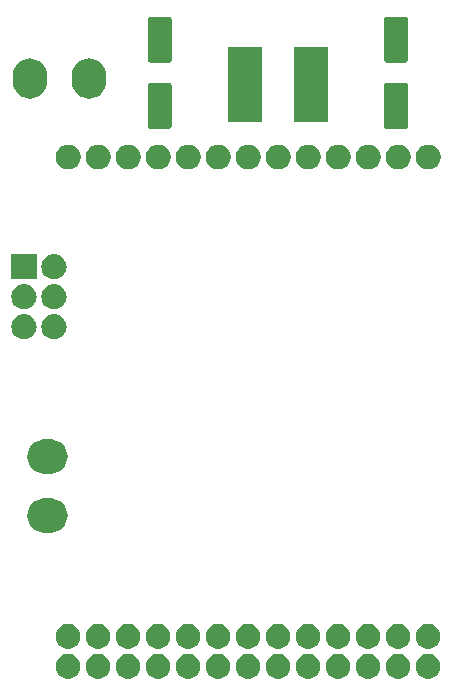
<source format=gbr>
G04 #@! TF.GenerationSoftware,KiCad,Pcbnew,5.0.2-bee76a0~70~ubuntu16.04.1*
G04 #@! TF.CreationDate,2019-04-26T01:24:52+02:00*
G04 #@! TF.ProjectId,mb-a,6d622d61-2e6b-4696-9361-645f70636258,rev?*
G04 #@! TF.SameCoordinates,Original*
G04 #@! TF.FileFunction,Soldermask,Bot*
G04 #@! TF.FilePolarity,Negative*
%FSLAX46Y46*%
G04 Gerber Fmt 4.6, Leading zero omitted, Abs format (unit mm)*
G04 Created by KiCad (PCBNEW 5.0.2-bee76a0~70~ubuntu16.04.1) date Fri 26 Apr 2019 01:24:52 AM CEST*
%MOMM*%
%LPD*%
G01*
G04 APERTURE LIST*
%ADD10C,0.100000*%
G04 APERTURE END LIST*
D10*
G36*
X129328780Y-93725884D02*
X129509166Y-93761764D01*
X129700254Y-93840916D01*
X129872228Y-93955825D01*
X130018481Y-94102078D01*
X130133390Y-94274052D01*
X130212542Y-94465140D01*
X130252892Y-94667998D01*
X130252892Y-94874830D01*
X130212542Y-95077688D01*
X130133390Y-95268776D01*
X130018481Y-95440750D01*
X129872228Y-95587003D01*
X129700254Y-95701912D01*
X129509166Y-95781064D01*
X129328780Y-95816944D01*
X129306309Y-95821414D01*
X129099475Y-95821414D01*
X129077004Y-95816944D01*
X128896618Y-95781064D01*
X128705530Y-95701912D01*
X128533556Y-95587003D01*
X128387303Y-95440750D01*
X128272394Y-95268776D01*
X128193242Y-95077688D01*
X128152892Y-94874830D01*
X128152892Y-94667998D01*
X128193242Y-94465140D01*
X128272394Y-94274052D01*
X128387303Y-94102078D01*
X128533556Y-93955825D01*
X128705530Y-93840916D01*
X128896618Y-93761764D01*
X129077004Y-93725884D01*
X129099475Y-93721414D01*
X129306309Y-93721414D01*
X129328780Y-93725884D01*
X129328780Y-93725884D01*
G37*
G36*
X98848780Y-93725884D02*
X99029166Y-93761764D01*
X99220254Y-93840916D01*
X99392228Y-93955825D01*
X99538481Y-94102078D01*
X99653390Y-94274052D01*
X99732542Y-94465140D01*
X99772892Y-94667998D01*
X99772892Y-94874830D01*
X99732542Y-95077688D01*
X99653390Y-95268776D01*
X99538481Y-95440750D01*
X99392228Y-95587003D01*
X99220254Y-95701912D01*
X99029166Y-95781064D01*
X98848780Y-95816944D01*
X98826309Y-95821414D01*
X98619475Y-95821414D01*
X98597004Y-95816944D01*
X98416618Y-95781064D01*
X98225530Y-95701912D01*
X98053556Y-95587003D01*
X97907303Y-95440750D01*
X97792394Y-95268776D01*
X97713242Y-95077688D01*
X97672892Y-94874830D01*
X97672892Y-94667998D01*
X97713242Y-94465140D01*
X97792394Y-94274052D01*
X97907303Y-94102078D01*
X98053556Y-93955825D01*
X98225530Y-93840916D01*
X98416618Y-93761764D01*
X98597004Y-93725884D01*
X98619475Y-93721414D01*
X98826309Y-93721414D01*
X98848780Y-93725884D01*
X98848780Y-93725884D01*
G37*
G36*
X101388780Y-93725884D02*
X101569166Y-93761764D01*
X101760254Y-93840916D01*
X101932228Y-93955825D01*
X102078481Y-94102078D01*
X102193390Y-94274052D01*
X102272542Y-94465140D01*
X102312892Y-94667998D01*
X102312892Y-94874830D01*
X102272542Y-95077688D01*
X102193390Y-95268776D01*
X102078481Y-95440750D01*
X101932228Y-95587003D01*
X101760254Y-95701912D01*
X101569166Y-95781064D01*
X101388780Y-95816944D01*
X101366309Y-95821414D01*
X101159475Y-95821414D01*
X101137004Y-95816944D01*
X100956618Y-95781064D01*
X100765530Y-95701912D01*
X100593556Y-95587003D01*
X100447303Y-95440750D01*
X100332394Y-95268776D01*
X100253242Y-95077688D01*
X100212892Y-94874830D01*
X100212892Y-94667998D01*
X100253242Y-94465140D01*
X100332394Y-94274052D01*
X100447303Y-94102078D01*
X100593556Y-93955825D01*
X100765530Y-93840916D01*
X100956618Y-93761764D01*
X101137004Y-93725884D01*
X101159475Y-93721414D01*
X101366309Y-93721414D01*
X101388780Y-93725884D01*
X101388780Y-93725884D01*
G37*
G36*
X103928780Y-93725884D02*
X104109166Y-93761764D01*
X104300254Y-93840916D01*
X104472228Y-93955825D01*
X104618481Y-94102078D01*
X104733390Y-94274052D01*
X104812542Y-94465140D01*
X104852892Y-94667998D01*
X104852892Y-94874830D01*
X104812542Y-95077688D01*
X104733390Y-95268776D01*
X104618481Y-95440750D01*
X104472228Y-95587003D01*
X104300254Y-95701912D01*
X104109166Y-95781064D01*
X103928780Y-95816944D01*
X103906309Y-95821414D01*
X103699475Y-95821414D01*
X103677004Y-95816944D01*
X103496618Y-95781064D01*
X103305530Y-95701912D01*
X103133556Y-95587003D01*
X102987303Y-95440750D01*
X102872394Y-95268776D01*
X102793242Y-95077688D01*
X102752892Y-94874830D01*
X102752892Y-94667998D01*
X102793242Y-94465140D01*
X102872394Y-94274052D01*
X102987303Y-94102078D01*
X103133556Y-93955825D01*
X103305530Y-93840916D01*
X103496618Y-93761764D01*
X103677004Y-93725884D01*
X103699475Y-93721414D01*
X103906309Y-93721414D01*
X103928780Y-93725884D01*
X103928780Y-93725884D01*
G37*
G36*
X106468780Y-93725884D02*
X106649166Y-93761764D01*
X106840254Y-93840916D01*
X107012228Y-93955825D01*
X107158481Y-94102078D01*
X107273390Y-94274052D01*
X107352542Y-94465140D01*
X107392892Y-94667998D01*
X107392892Y-94874830D01*
X107352542Y-95077688D01*
X107273390Y-95268776D01*
X107158481Y-95440750D01*
X107012228Y-95587003D01*
X106840254Y-95701912D01*
X106649166Y-95781064D01*
X106468780Y-95816944D01*
X106446309Y-95821414D01*
X106239475Y-95821414D01*
X106217004Y-95816944D01*
X106036618Y-95781064D01*
X105845530Y-95701912D01*
X105673556Y-95587003D01*
X105527303Y-95440750D01*
X105412394Y-95268776D01*
X105333242Y-95077688D01*
X105292892Y-94874830D01*
X105292892Y-94667998D01*
X105333242Y-94465140D01*
X105412394Y-94274052D01*
X105527303Y-94102078D01*
X105673556Y-93955825D01*
X105845530Y-93840916D01*
X106036618Y-93761764D01*
X106217004Y-93725884D01*
X106239475Y-93721414D01*
X106446309Y-93721414D01*
X106468780Y-93725884D01*
X106468780Y-93725884D01*
G37*
G36*
X109008780Y-93725884D02*
X109189166Y-93761764D01*
X109380254Y-93840916D01*
X109552228Y-93955825D01*
X109698481Y-94102078D01*
X109813390Y-94274052D01*
X109892542Y-94465140D01*
X109932892Y-94667998D01*
X109932892Y-94874830D01*
X109892542Y-95077688D01*
X109813390Y-95268776D01*
X109698481Y-95440750D01*
X109552228Y-95587003D01*
X109380254Y-95701912D01*
X109189166Y-95781064D01*
X109008780Y-95816944D01*
X108986309Y-95821414D01*
X108779475Y-95821414D01*
X108757004Y-95816944D01*
X108576618Y-95781064D01*
X108385530Y-95701912D01*
X108213556Y-95587003D01*
X108067303Y-95440750D01*
X107952394Y-95268776D01*
X107873242Y-95077688D01*
X107832892Y-94874830D01*
X107832892Y-94667998D01*
X107873242Y-94465140D01*
X107952394Y-94274052D01*
X108067303Y-94102078D01*
X108213556Y-93955825D01*
X108385530Y-93840916D01*
X108576618Y-93761764D01*
X108757004Y-93725884D01*
X108779475Y-93721414D01*
X108986309Y-93721414D01*
X109008780Y-93725884D01*
X109008780Y-93725884D01*
G37*
G36*
X111548780Y-93725884D02*
X111729166Y-93761764D01*
X111920254Y-93840916D01*
X112092228Y-93955825D01*
X112238481Y-94102078D01*
X112353390Y-94274052D01*
X112432542Y-94465140D01*
X112472892Y-94667998D01*
X112472892Y-94874830D01*
X112432542Y-95077688D01*
X112353390Y-95268776D01*
X112238481Y-95440750D01*
X112092228Y-95587003D01*
X111920254Y-95701912D01*
X111729166Y-95781064D01*
X111548780Y-95816944D01*
X111526309Y-95821414D01*
X111319475Y-95821414D01*
X111297004Y-95816944D01*
X111116618Y-95781064D01*
X110925530Y-95701912D01*
X110753556Y-95587003D01*
X110607303Y-95440750D01*
X110492394Y-95268776D01*
X110413242Y-95077688D01*
X110372892Y-94874830D01*
X110372892Y-94667998D01*
X110413242Y-94465140D01*
X110492394Y-94274052D01*
X110607303Y-94102078D01*
X110753556Y-93955825D01*
X110925530Y-93840916D01*
X111116618Y-93761764D01*
X111297004Y-93725884D01*
X111319475Y-93721414D01*
X111526309Y-93721414D01*
X111548780Y-93725884D01*
X111548780Y-93725884D01*
G37*
G36*
X116628780Y-93725884D02*
X116809166Y-93761764D01*
X117000254Y-93840916D01*
X117172228Y-93955825D01*
X117318481Y-94102078D01*
X117433390Y-94274052D01*
X117512542Y-94465140D01*
X117552892Y-94667998D01*
X117552892Y-94874830D01*
X117512542Y-95077688D01*
X117433390Y-95268776D01*
X117318481Y-95440750D01*
X117172228Y-95587003D01*
X117000254Y-95701912D01*
X116809166Y-95781064D01*
X116628780Y-95816944D01*
X116606309Y-95821414D01*
X116399475Y-95821414D01*
X116377004Y-95816944D01*
X116196618Y-95781064D01*
X116005530Y-95701912D01*
X115833556Y-95587003D01*
X115687303Y-95440750D01*
X115572394Y-95268776D01*
X115493242Y-95077688D01*
X115452892Y-94874830D01*
X115452892Y-94667998D01*
X115493242Y-94465140D01*
X115572394Y-94274052D01*
X115687303Y-94102078D01*
X115833556Y-93955825D01*
X116005530Y-93840916D01*
X116196618Y-93761764D01*
X116377004Y-93725884D01*
X116399475Y-93721414D01*
X116606309Y-93721414D01*
X116628780Y-93725884D01*
X116628780Y-93725884D01*
G37*
G36*
X119168780Y-93725884D02*
X119349166Y-93761764D01*
X119540254Y-93840916D01*
X119712228Y-93955825D01*
X119858481Y-94102078D01*
X119973390Y-94274052D01*
X120052542Y-94465140D01*
X120092892Y-94667998D01*
X120092892Y-94874830D01*
X120052542Y-95077688D01*
X119973390Y-95268776D01*
X119858481Y-95440750D01*
X119712228Y-95587003D01*
X119540254Y-95701912D01*
X119349166Y-95781064D01*
X119168780Y-95816944D01*
X119146309Y-95821414D01*
X118939475Y-95821414D01*
X118917004Y-95816944D01*
X118736618Y-95781064D01*
X118545530Y-95701912D01*
X118373556Y-95587003D01*
X118227303Y-95440750D01*
X118112394Y-95268776D01*
X118033242Y-95077688D01*
X117992892Y-94874830D01*
X117992892Y-94667998D01*
X118033242Y-94465140D01*
X118112394Y-94274052D01*
X118227303Y-94102078D01*
X118373556Y-93955825D01*
X118545530Y-93840916D01*
X118736618Y-93761764D01*
X118917004Y-93725884D01*
X118939475Y-93721414D01*
X119146309Y-93721414D01*
X119168780Y-93725884D01*
X119168780Y-93725884D01*
G37*
G36*
X121708780Y-93725884D02*
X121889166Y-93761764D01*
X122080254Y-93840916D01*
X122252228Y-93955825D01*
X122398481Y-94102078D01*
X122513390Y-94274052D01*
X122592542Y-94465140D01*
X122632892Y-94667998D01*
X122632892Y-94874830D01*
X122592542Y-95077688D01*
X122513390Y-95268776D01*
X122398481Y-95440750D01*
X122252228Y-95587003D01*
X122080254Y-95701912D01*
X121889166Y-95781064D01*
X121708780Y-95816944D01*
X121686309Y-95821414D01*
X121479475Y-95821414D01*
X121457004Y-95816944D01*
X121276618Y-95781064D01*
X121085530Y-95701912D01*
X120913556Y-95587003D01*
X120767303Y-95440750D01*
X120652394Y-95268776D01*
X120573242Y-95077688D01*
X120532892Y-94874830D01*
X120532892Y-94667998D01*
X120573242Y-94465140D01*
X120652394Y-94274052D01*
X120767303Y-94102078D01*
X120913556Y-93955825D01*
X121085530Y-93840916D01*
X121276618Y-93761764D01*
X121457004Y-93725884D01*
X121479475Y-93721414D01*
X121686309Y-93721414D01*
X121708780Y-93725884D01*
X121708780Y-93725884D01*
G37*
G36*
X124248780Y-93725884D02*
X124429166Y-93761764D01*
X124620254Y-93840916D01*
X124792228Y-93955825D01*
X124938481Y-94102078D01*
X125053390Y-94274052D01*
X125132542Y-94465140D01*
X125172892Y-94667998D01*
X125172892Y-94874830D01*
X125132542Y-95077688D01*
X125053390Y-95268776D01*
X124938481Y-95440750D01*
X124792228Y-95587003D01*
X124620254Y-95701912D01*
X124429166Y-95781064D01*
X124248780Y-95816944D01*
X124226309Y-95821414D01*
X124019475Y-95821414D01*
X123997004Y-95816944D01*
X123816618Y-95781064D01*
X123625530Y-95701912D01*
X123453556Y-95587003D01*
X123307303Y-95440750D01*
X123192394Y-95268776D01*
X123113242Y-95077688D01*
X123072892Y-94874830D01*
X123072892Y-94667998D01*
X123113242Y-94465140D01*
X123192394Y-94274052D01*
X123307303Y-94102078D01*
X123453556Y-93955825D01*
X123625530Y-93840916D01*
X123816618Y-93761764D01*
X123997004Y-93725884D01*
X124019475Y-93721414D01*
X124226309Y-93721414D01*
X124248780Y-93725884D01*
X124248780Y-93725884D01*
G37*
G36*
X126788780Y-93725884D02*
X126969166Y-93761764D01*
X127160254Y-93840916D01*
X127332228Y-93955825D01*
X127478481Y-94102078D01*
X127593390Y-94274052D01*
X127672542Y-94465140D01*
X127712892Y-94667998D01*
X127712892Y-94874830D01*
X127672542Y-95077688D01*
X127593390Y-95268776D01*
X127478481Y-95440750D01*
X127332228Y-95587003D01*
X127160254Y-95701912D01*
X126969166Y-95781064D01*
X126788780Y-95816944D01*
X126766309Y-95821414D01*
X126559475Y-95821414D01*
X126537004Y-95816944D01*
X126356618Y-95781064D01*
X126165530Y-95701912D01*
X125993556Y-95587003D01*
X125847303Y-95440750D01*
X125732394Y-95268776D01*
X125653242Y-95077688D01*
X125612892Y-94874830D01*
X125612892Y-94667998D01*
X125653242Y-94465140D01*
X125732394Y-94274052D01*
X125847303Y-94102078D01*
X125993556Y-93955825D01*
X126165530Y-93840916D01*
X126356618Y-93761764D01*
X126537004Y-93725884D01*
X126559475Y-93721414D01*
X126766309Y-93721414D01*
X126788780Y-93725884D01*
X126788780Y-93725884D01*
G37*
G36*
X114088780Y-93725884D02*
X114269166Y-93761764D01*
X114460254Y-93840916D01*
X114632228Y-93955825D01*
X114778481Y-94102078D01*
X114893390Y-94274052D01*
X114972542Y-94465140D01*
X115012892Y-94667998D01*
X115012892Y-94874830D01*
X114972542Y-95077688D01*
X114893390Y-95268776D01*
X114778481Y-95440750D01*
X114632228Y-95587003D01*
X114460254Y-95701912D01*
X114269166Y-95781064D01*
X114088780Y-95816944D01*
X114066309Y-95821414D01*
X113859475Y-95821414D01*
X113837004Y-95816944D01*
X113656618Y-95781064D01*
X113465530Y-95701912D01*
X113293556Y-95587003D01*
X113147303Y-95440750D01*
X113032394Y-95268776D01*
X112953242Y-95077688D01*
X112912892Y-94874830D01*
X112912892Y-94667998D01*
X112953242Y-94465140D01*
X113032394Y-94274052D01*
X113147303Y-94102078D01*
X113293556Y-93955825D01*
X113465530Y-93840916D01*
X113656618Y-93761764D01*
X113837004Y-93725884D01*
X113859475Y-93721414D01*
X114066309Y-93721414D01*
X114088780Y-93725884D01*
X114088780Y-93725884D01*
G37*
G36*
X114088780Y-91185884D02*
X114269166Y-91221764D01*
X114460254Y-91300916D01*
X114632228Y-91415825D01*
X114778481Y-91562078D01*
X114893390Y-91734052D01*
X114972542Y-91925140D01*
X115012892Y-92127998D01*
X115012892Y-92334830D01*
X114972542Y-92537688D01*
X114893390Y-92728776D01*
X114778481Y-92900750D01*
X114632228Y-93047003D01*
X114460254Y-93161912D01*
X114269166Y-93241064D01*
X114088780Y-93276944D01*
X114066309Y-93281414D01*
X113859475Y-93281414D01*
X113837004Y-93276944D01*
X113656618Y-93241064D01*
X113465530Y-93161912D01*
X113293556Y-93047003D01*
X113147303Y-92900750D01*
X113032394Y-92728776D01*
X112953242Y-92537688D01*
X112912892Y-92334830D01*
X112912892Y-92127998D01*
X112953242Y-91925140D01*
X113032394Y-91734052D01*
X113147303Y-91562078D01*
X113293556Y-91415825D01*
X113465530Y-91300916D01*
X113656618Y-91221764D01*
X113837004Y-91185884D01*
X113859475Y-91181414D01*
X114066309Y-91181414D01*
X114088780Y-91185884D01*
X114088780Y-91185884D01*
G37*
G36*
X98848780Y-91185884D02*
X99029166Y-91221764D01*
X99220254Y-91300916D01*
X99392228Y-91415825D01*
X99538481Y-91562078D01*
X99653390Y-91734052D01*
X99732542Y-91925140D01*
X99772892Y-92127998D01*
X99772892Y-92334830D01*
X99732542Y-92537688D01*
X99653390Y-92728776D01*
X99538481Y-92900750D01*
X99392228Y-93047003D01*
X99220254Y-93161912D01*
X99029166Y-93241064D01*
X98848780Y-93276944D01*
X98826309Y-93281414D01*
X98619475Y-93281414D01*
X98597004Y-93276944D01*
X98416618Y-93241064D01*
X98225530Y-93161912D01*
X98053556Y-93047003D01*
X97907303Y-92900750D01*
X97792394Y-92728776D01*
X97713242Y-92537688D01*
X97672892Y-92334830D01*
X97672892Y-92127998D01*
X97713242Y-91925140D01*
X97792394Y-91734052D01*
X97907303Y-91562078D01*
X98053556Y-91415825D01*
X98225530Y-91300916D01*
X98416618Y-91221764D01*
X98597004Y-91185884D01*
X98619475Y-91181414D01*
X98826309Y-91181414D01*
X98848780Y-91185884D01*
X98848780Y-91185884D01*
G37*
G36*
X101388780Y-91185884D02*
X101569166Y-91221764D01*
X101760254Y-91300916D01*
X101932228Y-91415825D01*
X102078481Y-91562078D01*
X102193390Y-91734052D01*
X102272542Y-91925140D01*
X102312892Y-92127998D01*
X102312892Y-92334830D01*
X102272542Y-92537688D01*
X102193390Y-92728776D01*
X102078481Y-92900750D01*
X101932228Y-93047003D01*
X101760254Y-93161912D01*
X101569166Y-93241064D01*
X101388780Y-93276944D01*
X101366309Y-93281414D01*
X101159475Y-93281414D01*
X101137004Y-93276944D01*
X100956618Y-93241064D01*
X100765530Y-93161912D01*
X100593556Y-93047003D01*
X100447303Y-92900750D01*
X100332394Y-92728776D01*
X100253242Y-92537688D01*
X100212892Y-92334830D01*
X100212892Y-92127998D01*
X100253242Y-91925140D01*
X100332394Y-91734052D01*
X100447303Y-91562078D01*
X100593556Y-91415825D01*
X100765530Y-91300916D01*
X100956618Y-91221764D01*
X101137004Y-91185884D01*
X101159475Y-91181414D01*
X101366309Y-91181414D01*
X101388780Y-91185884D01*
X101388780Y-91185884D01*
G37*
G36*
X109008780Y-91185884D02*
X109189166Y-91221764D01*
X109380254Y-91300916D01*
X109552228Y-91415825D01*
X109698481Y-91562078D01*
X109813390Y-91734052D01*
X109892542Y-91925140D01*
X109932892Y-92127998D01*
X109932892Y-92334830D01*
X109892542Y-92537688D01*
X109813390Y-92728776D01*
X109698481Y-92900750D01*
X109552228Y-93047003D01*
X109380254Y-93161912D01*
X109189166Y-93241064D01*
X109008780Y-93276944D01*
X108986309Y-93281414D01*
X108779475Y-93281414D01*
X108757004Y-93276944D01*
X108576618Y-93241064D01*
X108385530Y-93161912D01*
X108213556Y-93047003D01*
X108067303Y-92900750D01*
X107952394Y-92728776D01*
X107873242Y-92537688D01*
X107832892Y-92334830D01*
X107832892Y-92127998D01*
X107873242Y-91925140D01*
X107952394Y-91734052D01*
X108067303Y-91562078D01*
X108213556Y-91415825D01*
X108385530Y-91300916D01*
X108576618Y-91221764D01*
X108757004Y-91185884D01*
X108779475Y-91181414D01*
X108986309Y-91181414D01*
X109008780Y-91185884D01*
X109008780Y-91185884D01*
G37*
G36*
X103928780Y-91185884D02*
X104109166Y-91221764D01*
X104300254Y-91300916D01*
X104472228Y-91415825D01*
X104618481Y-91562078D01*
X104733390Y-91734052D01*
X104812542Y-91925140D01*
X104852892Y-92127998D01*
X104852892Y-92334830D01*
X104812542Y-92537688D01*
X104733390Y-92728776D01*
X104618481Y-92900750D01*
X104472228Y-93047003D01*
X104300254Y-93161912D01*
X104109166Y-93241064D01*
X103928780Y-93276944D01*
X103906309Y-93281414D01*
X103699475Y-93281414D01*
X103677004Y-93276944D01*
X103496618Y-93241064D01*
X103305530Y-93161912D01*
X103133556Y-93047003D01*
X102987303Y-92900750D01*
X102872394Y-92728776D01*
X102793242Y-92537688D01*
X102752892Y-92334830D01*
X102752892Y-92127998D01*
X102793242Y-91925140D01*
X102872394Y-91734052D01*
X102987303Y-91562078D01*
X103133556Y-91415825D01*
X103305530Y-91300916D01*
X103496618Y-91221764D01*
X103677004Y-91185884D01*
X103699475Y-91181414D01*
X103906309Y-91181414D01*
X103928780Y-91185884D01*
X103928780Y-91185884D01*
G37*
G36*
X106468780Y-91185884D02*
X106649166Y-91221764D01*
X106840254Y-91300916D01*
X107012228Y-91415825D01*
X107158481Y-91562078D01*
X107273390Y-91734052D01*
X107352542Y-91925140D01*
X107392892Y-92127998D01*
X107392892Y-92334830D01*
X107352542Y-92537688D01*
X107273390Y-92728776D01*
X107158481Y-92900750D01*
X107012228Y-93047003D01*
X106840254Y-93161912D01*
X106649166Y-93241064D01*
X106468780Y-93276944D01*
X106446309Y-93281414D01*
X106239475Y-93281414D01*
X106217004Y-93276944D01*
X106036618Y-93241064D01*
X105845530Y-93161912D01*
X105673556Y-93047003D01*
X105527303Y-92900750D01*
X105412394Y-92728776D01*
X105333242Y-92537688D01*
X105292892Y-92334830D01*
X105292892Y-92127998D01*
X105333242Y-91925140D01*
X105412394Y-91734052D01*
X105527303Y-91562078D01*
X105673556Y-91415825D01*
X105845530Y-91300916D01*
X106036618Y-91221764D01*
X106217004Y-91185884D01*
X106239475Y-91181414D01*
X106446309Y-91181414D01*
X106468780Y-91185884D01*
X106468780Y-91185884D01*
G37*
G36*
X129328780Y-91185884D02*
X129509166Y-91221764D01*
X129700254Y-91300916D01*
X129872228Y-91415825D01*
X130018481Y-91562078D01*
X130133390Y-91734052D01*
X130212542Y-91925140D01*
X130252892Y-92127998D01*
X130252892Y-92334830D01*
X130212542Y-92537688D01*
X130133390Y-92728776D01*
X130018481Y-92900750D01*
X129872228Y-93047003D01*
X129700254Y-93161912D01*
X129509166Y-93241064D01*
X129328780Y-93276944D01*
X129306309Y-93281414D01*
X129099475Y-93281414D01*
X129077004Y-93276944D01*
X128896618Y-93241064D01*
X128705530Y-93161912D01*
X128533556Y-93047003D01*
X128387303Y-92900750D01*
X128272394Y-92728776D01*
X128193242Y-92537688D01*
X128152892Y-92334830D01*
X128152892Y-92127998D01*
X128193242Y-91925140D01*
X128272394Y-91734052D01*
X128387303Y-91562078D01*
X128533556Y-91415825D01*
X128705530Y-91300916D01*
X128896618Y-91221764D01*
X129077004Y-91185884D01*
X129099475Y-91181414D01*
X129306309Y-91181414D01*
X129328780Y-91185884D01*
X129328780Y-91185884D01*
G37*
G36*
X111548780Y-91185884D02*
X111729166Y-91221764D01*
X111920254Y-91300916D01*
X112092228Y-91415825D01*
X112238481Y-91562078D01*
X112353390Y-91734052D01*
X112432542Y-91925140D01*
X112472892Y-92127998D01*
X112472892Y-92334830D01*
X112432542Y-92537688D01*
X112353390Y-92728776D01*
X112238481Y-92900750D01*
X112092228Y-93047003D01*
X111920254Y-93161912D01*
X111729166Y-93241064D01*
X111548780Y-93276944D01*
X111526309Y-93281414D01*
X111319475Y-93281414D01*
X111297004Y-93276944D01*
X111116618Y-93241064D01*
X110925530Y-93161912D01*
X110753556Y-93047003D01*
X110607303Y-92900750D01*
X110492394Y-92728776D01*
X110413242Y-92537688D01*
X110372892Y-92334830D01*
X110372892Y-92127998D01*
X110413242Y-91925140D01*
X110492394Y-91734052D01*
X110607303Y-91562078D01*
X110753556Y-91415825D01*
X110925530Y-91300916D01*
X111116618Y-91221764D01*
X111297004Y-91185884D01*
X111319475Y-91181414D01*
X111526309Y-91181414D01*
X111548780Y-91185884D01*
X111548780Y-91185884D01*
G37*
G36*
X126788780Y-91185884D02*
X126969166Y-91221764D01*
X127160254Y-91300916D01*
X127332228Y-91415825D01*
X127478481Y-91562078D01*
X127593390Y-91734052D01*
X127672542Y-91925140D01*
X127712892Y-92127998D01*
X127712892Y-92334830D01*
X127672542Y-92537688D01*
X127593390Y-92728776D01*
X127478481Y-92900750D01*
X127332228Y-93047003D01*
X127160254Y-93161912D01*
X126969166Y-93241064D01*
X126788780Y-93276944D01*
X126766309Y-93281414D01*
X126559475Y-93281414D01*
X126537004Y-93276944D01*
X126356618Y-93241064D01*
X126165530Y-93161912D01*
X125993556Y-93047003D01*
X125847303Y-92900750D01*
X125732394Y-92728776D01*
X125653242Y-92537688D01*
X125612892Y-92334830D01*
X125612892Y-92127998D01*
X125653242Y-91925140D01*
X125732394Y-91734052D01*
X125847303Y-91562078D01*
X125993556Y-91415825D01*
X126165530Y-91300916D01*
X126356618Y-91221764D01*
X126537004Y-91185884D01*
X126559475Y-91181414D01*
X126766309Y-91181414D01*
X126788780Y-91185884D01*
X126788780Y-91185884D01*
G37*
G36*
X124248780Y-91185884D02*
X124429166Y-91221764D01*
X124620254Y-91300916D01*
X124792228Y-91415825D01*
X124938481Y-91562078D01*
X125053390Y-91734052D01*
X125132542Y-91925140D01*
X125172892Y-92127998D01*
X125172892Y-92334830D01*
X125132542Y-92537688D01*
X125053390Y-92728776D01*
X124938481Y-92900750D01*
X124792228Y-93047003D01*
X124620254Y-93161912D01*
X124429166Y-93241064D01*
X124248780Y-93276944D01*
X124226309Y-93281414D01*
X124019475Y-93281414D01*
X123997004Y-93276944D01*
X123816618Y-93241064D01*
X123625530Y-93161912D01*
X123453556Y-93047003D01*
X123307303Y-92900750D01*
X123192394Y-92728776D01*
X123113242Y-92537688D01*
X123072892Y-92334830D01*
X123072892Y-92127998D01*
X123113242Y-91925140D01*
X123192394Y-91734052D01*
X123307303Y-91562078D01*
X123453556Y-91415825D01*
X123625530Y-91300916D01*
X123816618Y-91221764D01*
X123997004Y-91185884D01*
X124019475Y-91181414D01*
X124226309Y-91181414D01*
X124248780Y-91185884D01*
X124248780Y-91185884D01*
G37*
G36*
X116628780Y-91185884D02*
X116809166Y-91221764D01*
X117000254Y-91300916D01*
X117172228Y-91415825D01*
X117318481Y-91562078D01*
X117433390Y-91734052D01*
X117512542Y-91925140D01*
X117552892Y-92127998D01*
X117552892Y-92334830D01*
X117512542Y-92537688D01*
X117433390Y-92728776D01*
X117318481Y-92900750D01*
X117172228Y-93047003D01*
X117000254Y-93161912D01*
X116809166Y-93241064D01*
X116628780Y-93276944D01*
X116606309Y-93281414D01*
X116399475Y-93281414D01*
X116377004Y-93276944D01*
X116196618Y-93241064D01*
X116005530Y-93161912D01*
X115833556Y-93047003D01*
X115687303Y-92900750D01*
X115572394Y-92728776D01*
X115493242Y-92537688D01*
X115452892Y-92334830D01*
X115452892Y-92127998D01*
X115493242Y-91925140D01*
X115572394Y-91734052D01*
X115687303Y-91562078D01*
X115833556Y-91415825D01*
X116005530Y-91300916D01*
X116196618Y-91221764D01*
X116377004Y-91185884D01*
X116399475Y-91181414D01*
X116606309Y-91181414D01*
X116628780Y-91185884D01*
X116628780Y-91185884D01*
G37*
G36*
X119168780Y-91185884D02*
X119349166Y-91221764D01*
X119540254Y-91300916D01*
X119712228Y-91415825D01*
X119858481Y-91562078D01*
X119973390Y-91734052D01*
X120052542Y-91925140D01*
X120092892Y-92127998D01*
X120092892Y-92334830D01*
X120052542Y-92537688D01*
X119973390Y-92728776D01*
X119858481Y-92900750D01*
X119712228Y-93047003D01*
X119540254Y-93161912D01*
X119349166Y-93241064D01*
X119168780Y-93276944D01*
X119146309Y-93281414D01*
X118939475Y-93281414D01*
X118917004Y-93276944D01*
X118736618Y-93241064D01*
X118545530Y-93161912D01*
X118373556Y-93047003D01*
X118227303Y-92900750D01*
X118112394Y-92728776D01*
X118033242Y-92537688D01*
X117992892Y-92334830D01*
X117992892Y-92127998D01*
X118033242Y-91925140D01*
X118112394Y-91734052D01*
X118227303Y-91562078D01*
X118373556Y-91415825D01*
X118545530Y-91300916D01*
X118736618Y-91221764D01*
X118917004Y-91185884D01*
X118939475Y-91181414D01*
X119146309Y-91181414D01*
X119168780Y-91185884D01*
X119168780Y-91185884D01*
G37*
G36*
X121708780Y-91185884D02*
X121889166Y-91221764D01*
X122080254Y-91300916D01*
X122252228Y-91415825D01*
X122398481Y-91562078D01*
X122513390Y-91734052D01*
X122592542Y-91925140D01*
X122632892Y-92127998D01*
X122632892Y-92334830D01*
X122592542Y-92537688D01*
X122513390Y-92728776D01*
X122398481Y-92900750D01*
X122252228Y-93047003D01*
X122080254Y-93161912D01*
X121889166Y-93241064D01*
X121708780Y-93276944D01*
X121686309Y-93281414D01*
X121479475Y-93281414D01*
X121457004Y-93276944D01*
X121276618Y-93241064D01*
X121085530Y-93161912D01*
X120913556Y-93047003D01*
X120767303Y-92900750D01*
X120652394Y-92728776D01*
X120573242Y-92537688D01*
X120532892Y-92334830D01*
X120532892Y-92127998D01*
X120573242Y-91925140D01*
X120652394Y-91734052D01*
X120767303Y-91562078D01*
X120913556Y-91415825D01*
X121085530Y-91300916D01*
X121276618Y-91221764D01*
X121457004Y-91185884D01*
X121479475Y-91181414D01*
X121686309Y-91181414D01*
X121708780Y-91185884D01*
X121708780Y-91185884D01*
G37*
G36*
X97363830Y-80554196D02*
X97534250Y-80570981D01*
X97807576Y-80653894D01*
X98059474Y-80788536D01*
X98280265Y-80969735D01*
X98461464Y-81190526D01*
X98596106Y-81442424D01*
X98679019Y-81715750D01*
X98707015Y-82000000D01*
X98679019Y-82284250D01*
X98596106Y-82557576D01*
X98461464Y-82809474D01*
X98280265Y-83030265D01*
X98059474Y-83211464D01*
X97807576Y-83346106D01*
X97534250Y-83429019D01*
X97363830Y-83445804D01*
X97321226Y-83450000D01*
X96678774Y-83450000D01*
X96636170Y-83445804D01*
X96465750Y-83429019D01*
X96192424Y-83346106D01*
X95940526Y-83211464D01*
X95719735Y-83030265D01*
X95538536Y-82809474D01*
X95403894Y-82557576D01*
X95320981Y-82284250D01*
X95292985Y-82000000D01*
X95320981Y-81715750D01*
X95403894Y-81442424D01*
X95538536Y-81190526D01*
X95719735Y-80969735D01*
X95940526Y-80788536D01*
X96192424Y-80653894D01*
X96465750Y-80570981D01*
X96636170Y-80554196D01*
X96678774Y-80550000D01*
X97321226Y-80550000D01*
X97363830Y-80554196D01*
X97363830Y-80554196D01*
G37*
G36*
X97363830Y-75554196D02*
X97534250Y-75570981D01*
X97807576Y-75653894D01*
X98059474Y-75788536D01*
X98280265Y-75969735D01*
X98461464Y-76190526D01*
X98596106Y-76442424D01*
X98679019Y-76715750D01*
X98707015Y-77000000D01*
X98679019Y-77284250D01*
X98596106Y-77557576D01*
X98461464Y-77809474D01*
X98280265Y-78030265D01*
X98059474Y-78211464D01*
X97807576Y-78346106D01*
X97534250Y-78429019D01*
X97363830Y-78445804D01*
X97321226Y-78450000D01*
X96678774Y-78450000D01*
X96636170Y-78445804D01*
X96465750Y-78429019D01*
X96192424Y-78346106D01*
X95940526Y-78211464D01*
X95719735Y-78030265D01*
X95538536Y-77809474D01*
X95403894Y-77557576D01*
X95320981Y-77284250D01*
X95292985Y-77000000D01*
X95320981Y-76715750D01*
X95403894Y-76442424D01*
X95538536Y-76190526D01*
X95719735Y-75969735D01*
X95940526Y-75788536D01*
X96192424Y-75653894D01*
X96465750Y-75570981D01*
X96636170Y-75554196D01*
X96678774Y-75550000D01*
X97321226Y-75550000D01*
X97363830Y-75554196D01*
X97363830Y-75554196D01*
G37*
G36*
X97748503Y-64951789D02*
X97948991Y-65012607D01*
X98133764Y-65111369D01*
X98295718Y-65244282D01*
X98428631Y-65406236D01*
X98527393Y-65591009D01*
X98588211Y-65791497D01*
X98608746Y-66000000D01*
X98588211Y-66208503D01*
X98527393Y-66408991D01*
X98428631Y-66593764D01*
X98295718Y-66755718D01*
X98133764Y-66888631D01*
X97948991Y-66987393D01*
X97748503Y-67048211D01*
X97592251Y-67063600D01*
X97487749Y-67063600D01*
X97331497Y-67048211D01*
X97131009Y-66987393D01*
X96946236Y-66888631D01*
X96784282Y-66755718D01*
X96651369Y-66593764D01*
X96552607Y-66408991D01*
X96491789Y-66208503D01*
X96471254Y-66000000D01*
X96491789Y-65791497D01*
X96552607Y-65591009D01*
X96651369Y-65406236D01*
X96784282Y-65244282D01*
X96946236Y-65111369D01*
X97131009Y-65012607D01*
X97331497Y-64951789D01*
X97487749Y-64936400D01*
X97592251Y-64936400D01*
X97748503Y-64951789D01*
X97748503Y-64951789D01*
G37*
G36*
X95208503Y-64951789D02*
X95408991Y-65012607D01*
X95593764Y-65111369D01*
X95755718Y-65244282D01*
X95888631Y-65406236D01*
X95987393Y-65591009D01*
X96048211Y-65791497D01*
X96068746Y-66000000D01*
X96048211Y-66208503D01*
X95987393Y-66408991D01*
X95888631Y-66593764D01*
X95755718Y-66755718D01*
X95593764Y-66888631D01*
X95408991Y-66987393D01*
X95208503Y-67048211D01*
X95052251Y-67063600D01*
X94947749Y-67063600D01*
X94791497Y-67048211D01*
X94591009Y-66987393D01*
X94406236Y-66888631D01*
X94244282Y-66755718D01*
X94111369Y-66593764D01*
X94012607Y-66408991D01*
X93951789Y-66208503D01*
X93931254Y-66000000D01*
X93951789Y-65791497D01*
X94012607Y-65591009D01*
X94111369Y-65406236D01*
X94244282Y-65244282D01*
X94406236Y-65111369D01*
X94591009Y-65012607D01*
X94791497Y-64951789D01*
X94947749Y-64936400D01*
X95052251Y-64936400D01*
X95208503Y-64951789D01*
X95208503Y-64951789D01*
G37*
G36*
X97748503Y-62411789D02*
X97948991Y-62472607D01*
X98133764Y-62571369D01*
X98295718Y-62704282D01*
X98428631Y-62866236D01*
X98527393Y-63051009D01*
X98588211Y-63251497D01*
X98608746Y-63460000D01*
X98588211Y-63668503D01*
X98527393Y-63868991D01*
X98428631Y-64053764D01*
X98295718Y-64215718D01*
X98133764Y-64348631D01*
X97948991Y-64447393D01*
X97748503Y-64508211D01*
X97592251Y-64523600D01*
X97487749Y-64523600D01*
X97331497Y-64508211D01*
X97131009Y-64447393D01*
X96946236Y-64348631D01*
X96784282Y-64215718D01*
X96651369Y-64053764D01*
X96552607Y-63868991D01*
X96491789Y-63668503D01*
X96471254Y-63460000D01*
X96491789Y-63251497D01*
X96552607Y-63051009D01*
X96651369Y-62866236D01*
X96784282Y-62704282D01*
X96946236Y-62571369D01*
X97131009Y-62472607D01*
X97331497Y-62411789D01*
X97487749Y-62396400D01*
X97592251Y-62396400D01*
X97748503Y-62411789D01*
X97748503Y-62411789D01*
G37*
G36*
X95208503Y-62411789D02*
X95408991Y-62472607D01*
X95593764Y-62571369D01*
X95755718Y-62704282D01*
X95888631Y-62866236D01*
X95987393Y-63051009D01*
X96048211Y-63251497D01*
X96068746Y-63460000D01*
X96048211Y-63668503D01*
X95987393Y-63868991D01*
X95888631Y-64053764D01*
X95755718Y-64215718D01*
X95593764Y-64348631D01*
X95408991Y-64447393D01*
X95208503Y-64508211D01*
X95052251Y-64523600D01*
X94947749Y-64523600D01*
X94791497Y-64508211D01*
X94591009Y-64447393D01*
X94406236Y-64348631D01*
X94244282Y-64215718D01*
X94111369Y-64053764D01*
X94012607Y-63868991D01*
X93951789Y-63668503D01*
X93931254Y-63460000D01*
X93951789Y-63251497D01*
X94012607Y-63051009D01*
X94111369Y-62866236D01*
X94244282Y-62704282D01*
X94406236Y-62571369D01*
X94591009Y-62472607D01*
X94791497Y-62411789D01*
X94947749Y-62396400D01*
X95052251Y-62396400D01*
X95208503Y-62411789D01*
X95208503Y-62411789D01*
G37*
G36*
X97748503Y-59871789D02*
X97948991Y-59932607D01*
X98133764Y-60031369D01*
X98295718Y-60164282D01*
X98428631Y-60326236D01*
X98527393Y-60511009D01*
X98588211Y-60711497D01*
X98608746Y-60920000D01*
X98588211Y-61128503D01*
X98527393Y-61328991D01*
X98428631Y-61513764D01*
X98295718Y-61675718D01*
X98133764Y-61808631D01*
X97948991Y-61907393D01*
X97748503Y-61968211D01*
X97592251Y-61983600D01*
X97487749Y-61983600D01*
X97331497Y-61968211D01*
X97131009Y-61907393D01*
X96946236Y-61808631D01*
X96784282Y-61675718D01*
X96651369Y-61513764D01*
X96552607Y-61328991D01*
X96491789Y-61128503D01*
X96471254Y-60920000D01*
X96491789Y-60711497D01*
X96552607Y-60511009D01*
X96651369Y-60326236D01*
X96784282Y-60164282D01*
X96946236Y-60031369D01*
X97131009Y-59932607D01*
X97331497Y-59871789D01*
X97487749Y-59856400D01*
X97592251Y-59856400D01*
X97748503Y-59871789D01*
X97748503Y-59871789D01*
G37*
G36*
X96063600Y-61983600D02*
X93936400Y-61983600D01*
X93936400Y-59856400D01*
X96063600Y-59856400D01*
X96063600Y-61983600D01*
X96063600Y-61983600D01*
G37*
G36*
X121734416Y-50589128D02*
X121914802Y-50625008D01*
X122105890Y-50704160D01*
X122277864Y-50819069D01*
X122424117Y-50965322D01*
X122539026Y-51137296D01*
X122618178Y-51328384D01*
X122658528Y-51531242D01*
X122658528Y-51738074D01*
X122618178Y-51940932D01*
X122539026Y-52132020D01*
X122424117Y-52303994D01*
X122277864Y-52450247D01*
X122105890Y-52565156D01*
X121914802Y-52644308D01*
X121734416Y-52680188D01*
X121711945Y-52684658D01*
X121505111Y-52684658D01*
X121482640Y-52680188D01*
X121302254Y-52644308D01*
X121111166Y-52565156D01*
X120939192Y-52450247D01*
X120792939Y-52303994D01*
X120678030Y-52132020D01*
X120598878Y-51940932D01*
X120558528Y-51738074D01*
X120558528Y-51531242D01*
X120598878Y-51328384D01*
X120678030Y-51137296D01*
X120792939Y-50965322D01*
X120939192Y-50819069D01*
X121111166Y-50704160D01*
X121302254Y-50625008D01*
X121482640Y-50589128D01*
X121505111Y-50584658D01*
X121711945Y-50584658D01*
X121734416Y-50589128D01*
X121734416Y-50589128D01*
G37*
G36*
X98874416Y-50589128D02*
X99054802Y-50625008D01*
X99245890Y-50704160D01*
X99417864Y-50819069D01*
X99564117Y-50965322D01*
X99679026Y-51137296D01*
X99758178Y-51328384D01*
X99798528Y-51531242D01*
X99798528Y-51738074D01*
X99758178Y-51940932D01*
X99679026Y-52132020D01*
X99564117Y-52303994D01*
X99417864Y-52450247D01*
X99245890Y-52565156D01*
X99054802Y-52644308D01*
X98874416Y-52680188D01*
X98851945Y-52684658D01*
X98645111Y-52684658D01*
X98622640Y-52680188D01*
X98442254Y-52644308D01*
X98251166Y-52565156D01*
X98079192Y-52450247D01*
X97932939Y-52303994D01*
X97818030Y-52132020D01*
X97738878Y-51940932D01*
X97698528Y-51738074D01*
X97698528Y-51531242D01*
X97738878Y-51328384D01*
X97818030Y-51137296D01*
X97932939Y-50965322D01*
X98079192Y-50819069D01*
X98251166Y-50704160D01*
X98442254Y-50625008D01*
X98622640Y-50589128D01*
X98645111Y-50584658D01*
X98851945Y-50584658D01*
X98874416Y-50589128D01*
X98874416Y-50589128D01*
G37*
G36*
X101414416Y-50589128D02*
X101594802Y-50625008D01*
X101785890Y-50704160D01*
X101957864Y-50819069D01*
X102104117Y-50965322D01*
X102219026Y-51137296D01*
X102298178Y-51328384D01*
X102338528Y-51531242D01*
X102338528Y-51738074D01*
X102298178Y-51940932D01*
X102219026Y-52132020D01*
X102104117Y-52303994D01*
X101957864Y-52450247D01*
X101785890Y-52565156D01*
X101594802Y-52644308D01*
X101414416Y-52680188D01*
X101391945Y-52684658D01*
X101185111Y-52684658D01*
X101162640Y-52680188D01*
X100982254Y-52644308D01*
X100791166Y-52565156D01*
X100619192Y-52450247D01*
X100472939Y-52303994D01*
X100358030Y-52132020D01*
X100278878Y-51940932D01*
X100238528Y-51738074D01*
X100238528Y-51531242D01*
X100278878Y-51328384D01*
X100358030Y-51137296D01*
X100472939Y-50965322D01*
X100619192Y-50819069D01*
X100791166Y-50704160D01*
X100982254Y-50625008D01*
X101162640Y-50589128D01*
X101185111Y-50584658D01*
X101391945Y-50584658D01*
X101414416Y-50589128D01*
X101414416Y-50589128D01*
G37*
G36*
X103954416Y-50589128D02*
X104134802Y-50625008D01*
X104325890Y-50704160D01*
X104497864Y-50819069D01*
X104644117Y-50965322D01*
X104759026Y-51137296D01*
X104838178Y-51328384D01*
X104878528Y-51531242D01*
X104878528Y-51738074D01*
X104838178Y-51940932D01*
X104759026Y-52132020D01*
X104644117Y-52303994D01*
X104497864Y-52450247D01*
X104325890Y-52565156D01*
X104134802Y-52644308D01*
X103954416Y-52680188D01*
X103931945Y-52684658D01*
X103725111Y-52684658D01*
X103702640Y-52680188D01*
X103522254Y-52644308D01*
X103331166Y-52565156D01*
X103159192Y-52450247D01*
X103012939Y-52303994D01*
X102898030Y-52132020D01*
X102818878Y-51940932D01*
X102778528Y-51738074D01*
X102778528Y-51531242D01*
X102818878Y-51328384D01*
X102898030Y-51137296D01*
X103012939Y-50965322D01*
X103159192Y-50819069D01*
X103331166Y-50704160D01*
X103522254Y-50625008D01*
X103702640Y-50589128D01*
X103725111Y-50584658D01*
X103931945Y-50584658D01*
X103954416Y-50589128D01*
X103954416Y-50589128D01*
G37*
G36*
X129354416Y-50589128D02*
X129534802Y-50625008D01*
X129725890Y-50704160D01*
X129897864Y-50819069D01*
X130044117Y-50965322D01*
X130159026Y-51137296D01*
X130238178Y-51328384D01*
X130278528Y-51531242D01*
X130278528Y-51738074D01*
X130238178Y-51940932D01*
X130159026Y-52132020D01*
X130044117Y-52303994D01*
X129897864Y-52450247D01*
X129725890Y-52565156D01*
X129534802Y-52644308D01*
X129354416Y-52680188D01*
X129331945Y-52684658D01*
X129125111Y-52684658D01*
X129102640Y-52680188D01*
X128922254Y-52644308D01*
X128731166Y-52565156D01*
X128559192Y-52450247D01*
X128412939Y-52303994D01*
X128298030Y-52132020D01*
X128218878Y-51940932D01*
X128178528Y-51738074D01*
X128178528Y-51531242D01*
X128218878Y-51328384D01*
X128298030Y-51137296D01*
X128412939Y-50965322D01*
X128559192Y-50819069D01*
X128731166Y-50704160D01*
X128922254Y-50625008D01*
X129102640Y-50589128D01*
X129125111Y-50584658D01*
X129331945Y-50584658D01*
X129354416Y-50589128D01*
X129354416Y-50589128D01*
G37*
G36*
X124274416Y-50589128D02*
X124454802Y-50625008D01*
X124645890Y-50704160D01*
X124817864Y-50819069D01*
X124964117Y-50965322D01*
X125079026Y-51137296D01*
X125158178Y-51328384D01*
X125198528Y-51531242D01*
X125198528Y-51738074D01*
X125158178Y-51940932D01*
X125079026Y-52132020D01*
X124964117Y-52303994D01*
X124817864Y-52450247D01*
X124645890Y-52565156D01*
X124454802Y-52644308D01*
X124274416Y-52680188D01*
X124251945Y-52684658D01*
X124045111Y-52684658D01*
X124022640Y-52680188D01*
X123842254Y-52644308D01*
X123651166Y-52565156D01*
X123479192Y-52450247D01*
X123332939Y-52303994D01*
X123218030Y-52132020D01*
X123138878Y-51940932D01*
X123098528Y-51738074D01*
X123098528Y-51531242D01*
X123138878Y-51328384D01*
X123218030Y-51137296D01*
X123332939Y-50965322D01*
X123479192Y-50819069D01*
X123651166Y-50704160D01*
X123842254Y-50625008D01*
X124022640Y-50589128D01*
X124045111Y-50584658D01*
X124251945Y-50584658D01*
X124274416Y-50589128D01*
X124274416Y-50589128D01*
G37*
G36*
X119194416Y-50589128D02*
X119374802Y-50625008D01*
X119565890Y-50704160D01*
X119737864Y-50819069D01*
X119884117Y-50965322D01*
X119999026Y-51137296D01*
X120078178Y-51328384D01*
X120118528Y-51531242D01*
X120118528Y-51738074D01*
X120078178Y-51940932D01*
X119999026Y-52132020D01*
X119884117Y-52303994D01*
X119737864Y-52450247D01*
X119565890Y-52565156D01*
X119374802Y-52644308D01*
X119194416Y-52680188D01*
X119171945Y-52684658D01*
X118965111Y-52684658D01*
X118942640Y-52680188D01*
X118762254Y-52644308D01*
X118571166Y-52565156D01*
X118399192Y-52450247D01*
X118252939Y-52303994D01*
X118138030Y-52132020D01*
X118058878Y-51940932D01*
X118018528Y-51738074D01*
X118018528Y-51531242D01*
X118058878Y-51328384D01*
X118138030Y-51137296D01*
X118252939Y-50965322D01*
X118399192Y-50819069D01*
X118571166Y-50704160D01*
X118762254Y-50625008D01*
X118942640Y-50589128D01*
X118965111Y-50584658D01*
X119171945Y-50584658D01*
X119194416Y-50589128D01*
X119194416Y-50589128D01*
G37*
G36*
X116654416Y-50589128D02*
X116834802Y-50625008D01*
X117025890Y-50704160D01*
X117197864Y-50819069D01*
X117344117Y-50965322D01*
X117459026Y-51137296D01*
X117538178Y-51328384D01*
X117578528Y-51531242D01*
X117578528Y-51738074D01*
X117538178Y-51940932D01*
X117459026Y-52132020D01*
X117344117Y-52303994D01*
X117197864Y-52450247D01*
X117025890Y-52565156D01*
X116834802Y-52644308D01*
X116654416Y-52680188D01*
X116631945Y-52684658D01*
X116425111Y-52684658D01*
X116402640Y-52680188D01*
X116222254Y-52644308D01*
X116031166Y-52565156D01*
X115859192Y-52450247D01*
X115712939Y-52303994D01*
X115598030Y-52132020D01*
X115518878Y-51940932D01*
X115478528Y-51738074D01*
X115478528Y-51531242D01*
X115518878Y-51328384D01*
X115598030Y-51137296D01*
X115712939Y-50965322D01*
X115859192Y-50819069D01*
X116031166Y-50704160D01*
X116222254Y-50625008D01*
X116402640Y-50589128D01*
X116425111Y-50584658D01*
X116631945Y-50584658D01*
X116654416Y-50589128D01*
X116654416Y-50589128D01*
G37*
G36*
X114114416Y-50589128D02*
X114294802Y-50625008D01*
X114485890Y-50704160D01*
X114657864Y-50819069D01*
X114804117Y-50965322D01*
X114919026Y-51137296D01*
X114998178Y-51328384D01*
X115038528Y-51531242D01*
X115038528Y-51738074D01*
X114998178Y-51940932D01*
X114919026Y-52132020D01*
X114804117Y-52303994D01*
X114657864Y-52450247D01*
X114485890Y-52565156D01*
X114294802Y-52644308D01*
X114114416Y-52680188D01*
X114091945Y-52684658D01*
X113885111Y-52684658D01*
X113862640Y-52680188D01*
X113682254Y-52644308D01*
X113491166Y-52565156D01*
X113319192Y-52450247D01*
X113172939Y-52303994D01*
X113058030Y-52132020D01*
X112978878Y-51940932D01*
X112938528Y-51738074D01*
X112938528Y-51531242D01*
X112978878Y-51328384D01*
X113058030Y-51137296D01*
X113172939Y-50965322D01*
X113319192Y-50819069D01*
X113491166Y-50704160D01*
X113682254Y-50625008D01*
X113862640Y-50589128D01*
X113885111Y-50584658D01*
X114091945Y-50584658D01*
X114114416Y-50589128D01*
X114114416Y-50589128D01*
G37*
G36*
X111574416Y-50589128D02*
X111754802Y-50625008D01*
X111945890Y-50704160D01*
X112117864Y-50819069D01*
X112264117Y-50965322D01*
X112379026Y-51137296D01*
X112458178Y-51328384D01*
X112498528Y-51531242D01*
X112498528Y-51738074D01*
X112458178Y-51940932D01*
X112379026Y-52132020D01*
X112264117Y-52303994D01*
X112117864Y-52450247D01*
X111945890Y-52565156D01*
X111754802Y-52644308D01*
X111574416Y-52680188D01*
X111551945Y-52684658D01*
X111345111Y-52684658D01*
X111322640Y-52680188D01*
X111142254Y-52644308D01*
X110951166Y-52565156D01*
X110779192Y-52450247D01*
X110632939Y-52303994D01*
X110518030Y-52132020D01*
X110438878Y-51940932D01*
X110398528Y-51738074D01*
X110398528Y-51531242D01*
X110438878Y-51328384D01*
X110518030Y-51137296D01*
X110632939Y-50965322D01*
X110779192Y-50819069D01*
X110951166Y-50704160D01*
X111142254Y-50625008D01*
X111322640Y-50589128D01*
X111345111Y-50584658D01*
X111551945Y-50584658D01*
X111574416Y-50589128D01*
X111574416Y-50589128D01*
G37*
G36*
X109034416Y-50589128D02*
X109214802Y-50625008D01*
X109405890Y-50704160D01*
X109577864Y-50819069D01*
X109724117Y-50965322D01*
X109839026Y-51137296D01*
X109918178Y-51328384D01*
X109958528Y-51531242D01*
X109958528Y-51738074D01*
X109918178Y-51940932D01*
X109839026Y-52132020D01*
X109724117Y-52303994D01*
X109577864Y-52450247D01*
X109405890Y-52565156D01*
X109214802Y-52644308D01*
X109034416Y-52680188D01*
X109011945Y-52684658D01*
X108805111Y-52684658D01*
X108782640Y-52680188D01*
X108602254Y-52644308D01*
X108411166Y-52565156D01*
X108239192Y-52450247D01*
X108092939Y-52303994D01*
X107978030Y-52132020D01*
X107898878Y-51940932D01*
X107858528Y-51738074D01*
X107858528Y-51531242D01*
X107898878Y-51328384D01*
X107978030Y-51137296D01*
X108092939Y-50965322D01*
X108239192Y-50819069D01*
X108411166Y-50704160D01*
X108602254Y-50625008D01*
X108782640Y-50589128D01*
X108805111Y-50584658D01*
X109011945Y-50584658D01*
X109034416Y-50589128D01*
X109034416Y-50589128D01*
G37*
G36*
X126814416Y-50589128D02*
X126994802Y-50625008D01*
X127185890Y-50704160D01*
X127357864Y-50819069D01*
X127504117Y-50965322D01*
X127619026Y-51137296D01*
X127698178Y-51328384D01*
X127738528Y-51531242D01*
X127738528Y-51738074D01*
X127698178Y-51940932D01*
X127619026Y-52132020D01*
X127504117Y-52303994D01*
X127357864Y-52450247D01*
X127185890Y-52565156D01*
X126994802Y-52644308D01*
X126814416Y-52680188D01*
X126791945Y-52684658D01*
X126585111Y-52684658D01*
X126562640Y-52680188D01*
X126382254Y-52644308D01*
X126191166Y-52565156D01*
X126019192Y-52450247D01*
X125872939Y-52303994D01*
X125758030Y-52132020D01*
X125678878Y-51940932D01*
X125638528Y-51738074D01*
X125638528Y-51531242D01*
X125678878Y-51328384D01*
X125758030Y-51137296D01*
X125872939Y-50965322D01*
X126019192Y-50819069D01*
X126191166Y-50704160D01*
X126382254Y-50625008D01*
X126562640Y-50589128D01*
X126585111Y-50584658D01*
X126791945Y-50584658D01*
X126814416Y-50589128D01*
X126814416Y-50589128D01*
G37*
G36*
X106494416Y-50589128D02*
X106674802Y-50625008D01*
X106865890Y-50704160D01*
X107037864Y-50819069D01*
X107184117Y-50965322D01*
X107299026Y-51137296D01*
X107378178Y-51328384D01*
X107418528Y-51531242D01*
X107418528Y-51738074D01*
X107378178Y-51940932D01*
X107299026Y-52132020D01*
X107184117Y-52303994D01*
X107037864Y-52450247D01*
X106865890Y-52565156D01*
X106674802Y-52644308D01*
X106494416Y-52680188D01*
X106471945Y-52684658D01*
X106265111Y-52684658D01*
X106242640Y-52680188D01*
X106062254Y-52644308D01*
X105871166Y-52565156D01*
X105699192Y-52450247D01*
X105552939Y-52303994D01*
X105438030Y-52132020D01*
X105358878Y-51940932D01*
X105318528Y-51738074D01*
X105318528Y-51531242D01*
X105358878Y-51328384D01*
X105438030Y-51137296D01*
X105552939Y-50965322D01*
X105699192Y-50819069D01*
X105871166Y-50704160D01*
X106062254Y-50625008D01*
X106242640Y-50589128D01*
X106265111Y-50584658D01*
X106471945Y-50584658D01*
X106494416Y-50589128D01*
X106494416Y-50589128D01*
G37*
G36*
X127317516Y-45354946D02*
X127359910Y-45367806D01*
X127398974Y-45388686D01*
X127433214Y-45416786D01*
X127461314Y-45451026D01*
X127482194Y-45490090D01*
X127495054Y-45532484D01*
X127500000Y-45582702D01*
X127500000Y-49017298D01*
X127495054Y-49067516D01*
X127482194Y-49109910D01*
X127461314Y-49148974D01*
X127433214Y-49183214D01*
X127398974Y-49211314D01*
X127359910Y-49232194D01*
X127317516Y-49245054D01*
X127267298Y-49250000D01*
X125732702Y-49250000D01*
X125682484Y-49245054D01*
X125640090Y-49232194D01*
X125601026Y-49211314D01*
X125566786Y-49183214D01*
X125538686Y-49148974D01*
X125517806Y-49109910D01*
X125504946Y-49067516D01*
X125500000Y-49017298D01*
X125500000Y-45582702D01*
X125504946Y-45532484D01*
X125517806Y-45490090D01*
X125538686Y-45451026D01*
X125566786Y-45416786D01*
X125601026Y-45388686D01*
X125640090Y-45367806D01*
X125682484Y-45354946D01*
X125732702Y-45350000D01*
X127267298Y-45350000D01*
X127317516Y-45354946D01*
X127317516Y-45354946D01*
G37*
G36*
X107317516Y-45354946D02*
X107359910Y-45367806D01*
X107398974Y-45388686D01*
X107433214Y-45416786D01*
X107461314Y-45451026D01*
X107482194Y-45490090D01*
X107495054Y-45532484D01*
X107500000Y-45582702D01*
X107500000Y-49017298D01*
X107495054Y-49067516D01*
X107482194Y-49109910D01*
X107461314Y-49148974D01*
X107433214Y-49183214D01*
X107398974Y-49211314D01*
X107359910Y-49232194D01*
X107317516Y-49245054D01*
X107267298Y-49250000D01*
X105732702Y-49250000D01*
X105682484Y-49245054D01*
X105640090Y-49232194D01*
X105601026Y-49211314D01*
X105566786Y-49183214D01*
X105538686Y-49148974D01*
X105517806Y-49109910D01*
X105504946Y-49067516D01*
X105500000Y-49017298D01*
X105500000Y-45582702D01*
X105504946Y-45532484D01*
X105517806Y-45490090D01*
X105538686Y-45451026D01*
X105566786Y-45416786D01*
X105601026Y-45388686D01*
X105640090Y-45367806D01*
X105682484Y-45354946D01*
X105732702Y-45350000D01*
X107267298Y-45350000D01*
X107317516Y-45354946D01*
X107317516Y-45354946D01*
G37*
G36*
X120700000Y-48650000D02*
X117850000Y-48650000D01*
X117850000Y-42350000D01*
X120700000Y-42350000D01*
X120700000Y-48650000D01*
X120700000Y-48650000D01*
G37*
G36*
X115150000Y-48650000D02*
X112300000Y-48650000D01*
X112300000Y-42350000D01*
X115150000Y-42350000D01*
X115150000Y-48650000D01*
X115150000Y-48650000D01*
G37*
G36*
X95784250Y-43320981D02*
X96057576Y-43403894D01*
X96309474Y-43538536D01*
X96530265Y-43719735D01*
X96711464Y-43940526D01*
X96846106Y-44192424D01*
X96929019Y-44465751D01*
X96929019Y-44465753D01*
X96950000Y-44678775D01*
X96950000Y-45321226D01*
X96945804Y-45363830D01*
X96929019Y-45534250D01*
X96846106Y-45807576D01*
X96711464Y-46059474D01*
X96711462Y-46059476D01*
X96530265Y-46280265D01*
X96309476Y-46461462D01*
X96309474Y-46461463D01*
X96309473Y-46461464D01*
X96057575Y-46596106D01*
X95784249Y-46679019D01*
X95500000Y-46707015D01*
X95215750Y-46679019D01*
X94942424Y-46596106D01*
X94690526Y-46461464D01*
X94632244Y-46413633D01*
X94469735Y-46280265D01*
X94288538Y-46059476D01*
X94288536Y-46059473D01*
X94153894Y-45807575D01*
X94070981Y-45534249D01*
X94050000Y-45321224D01*
X94050000Y-44678775D01*
X94070981Y-44465750D01*
X94153894Y-44192424D01*
X94288536Y-43940526D01*
X94336367Y-43882244D01*
X94469735Y-43719735D01*
X94690524Y-43538538D01*
X94690526Y-43538537D01*
X94690527Y-43538536D01*
X94942425Y-43403894D01*
X95215751Y-43320981D01*
X95500000Y-43292985D01*
X95784250Y-43320981D01*
X95784250Y-43320981D01*
G37*
G36*
X100784250Y-43320981D02*
X101057576Y-43403894D01*
X101309474Y-43538536D01*
X101530265Y-43719735D01*
X101711464Y-43940526D01*
X101846106Y-44192424D01*
X101929019Y-44465751D01*
X101929019Y-44465753D01*
X101950000Y-44678775D01*
X101950000Y-45321226D01*
X101945804Y-45363830D01*
X101929019Y-45534250D01*
X101846106Y-45807576D01*
X101711464Y-46059474D01*
X101711462Y-46059476D01*
X101530265Y-46280265D01*
X101309476Y-46461462D01*
X101309474Y-46461463D01*
X101309473Y-46461464D01*
X101057575Y-46596106D01*
X100784249Y-46679019D01*
X100500000Y-46707015D01*
X100215750Y-46679019D01*
X99942424Y-46596106D01*
X99690526Y-46461464D01*
X99632244Y-46413633D01*
X99469735Y-46280265D01*
X99288538Y-46059476D01*
X99288536Y-46059473D01*
X99153894Y-45807575D01*
X99070981Y-45534249D01*
X99050000Y-45321224D01*
X99050000Y-44678775D01*
X99070981Y-44465750D01*
X99153894Y-44192424D01*
X99288536Y-43940526D01*
X99336367Y-43882244D01*
X99469735Y-43719735D01*
X99690524Y-43538538D01*
X99690526Y-43538537D01*
X99690527Y-43538536D01*
X99942425Y-43403894D01*
X100215751Y-43320981D01*
X100500000Y-43292985D01*
X100784250Y-43320981D01*
X100784250Y-43320981D01*
G37*
G36*
X107317516Y-39754946D02*
X107359910Y-39767806D01*
X107398974Y-39788686D01*
X107433214Y-39816786D01*
X107461314Y-39851026D01*
X107482194Y-39890090D01*
X107495054Y-39932484D01*
X107500000Y-39982702D01*
X107500000Y-43417298D01*
X107495054Y-43467516D01*
X107482194Y-43509910D01*
X107461314Y-43548974D01*
X107433214Y-43583214D01*
X107398974Y-43611314D01*
X107359910Y-43632194D01*
X107317516Y-43645054D01*
X107267298Y-43650000D01*
X105732702Y-43650000D01*
X105682484Y-43645054D01*
X105640090Y-43632194D01*
X105601026Y-43611314D01*
X105566786Y-43583214D01*
X105538686Y-43548974D01*
X105517806Y-43509910D01*
X105504946Y-43467516D01*
X105500000Y-43417298D01*
X105500000Y-39982702D01*
X105504946Y-39932484D01*
X105517806Y-39890090D01*
X105538686Y-39851026D01*
X105566786Y-39816786D01*
X105601026Y-39788686D01*
X105640090Y-39767806D01*
X105682484Y-39754946D01*
X105732702Y-39750000D01*
X107267298Y-39750000D01*
X107317516Y-39754946D01*
X107317516Y-39754946D01*
G37*
G36*
X127317516Y-39754946D02*
X127359910Y-39767806D01*
X127398974Y-39788686D01*
X127433214Y-39816786D01*
X127461314Y-39851026D01*
X127482194Y-39890090D01*
X127495054Y-39932484D01*
X127500000Y-39982702D01*
X127500000Y-43417298D01*
X127495054Y-43467516D01*
X127482194Y-43509910D01*
X127461314Y-43548974D01*
X127433214Y-43583214D01*
X127398974Y-43611314D01*
X127359910Y-43632194D01*
X127317516Y-43645054D01*
X127267298Y-43650000D01*
X125732702Y-43650000D01*
X125682484Y-43645054D01*
X125640090Y-43632194D01*
X125601026Y-43611314D01*
X125566786Y-43583214D01*
X125538686Y-43548974D01*
X125517806Y-43509910D01*
X125504946Y-43467516D01*
X125500000Y-43417298D01*
X125500000Y-39982702D01*
X125504946Y-39932484D01*
X125517806Y-39890090D01*
X125538686Y-39851026D01*
X125566786Y-39816786D01*
X125601026Y-39788686D01*
X125640090Y-39767806D01*
X125682484Y-39754946D01*
X125732702Y-39750000D01*
X127267298Y-39750000D01*
X127317516Y-39754946D01*
X127317516Y-39754946D01*
G37*
M02*

</source>
